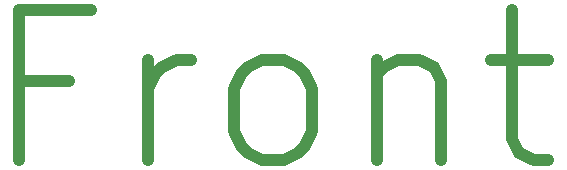
<source format=gbr>
G04 #@! TF.FileFunction,Copper,L1,Top,Signal*
%FSLAX46Y46*%
G04 Gerber Fmt 4.6, Leading zero omitted, Abs format (unit mm)*
G04 Created by KiCad (PCBNEW 4.0.7+dfsg1-1) date Tue Jul 31 15:42:36 2018*
%MOMM*%
%LPD*%
G01*
G04 APERTURE LIST*
%ADD10C,0.100000*%
%ADD11C,1.000000*%
G04 APERTURE END LIST*
D10*
D11*
X123734286Y-68942857D02*
X119500953Y-68942857D01*
X119500953Y-75595238D02*
X119500953Y-62895238D01*
X125548572Y-62895238D01*
X130386667Y-75595238D02*
X130386667Y-67128571D01*
X130386667Y-69547619D02*
X130991428Y-68338095D01*
X131596190Y-67733333D01*
X132805714Y-67128571D01*
X134015238Y-67128571D01*
X140062857Y-75595238D02*
X138853333Y-74990476D01*
X138248572Y-74385714D01*
X137643810Y-73176190D01*
X137643810Y-69547619D01*
X138248572Y-68338095D01*
X138853333Y-67733333D01*
X140062857Y-67128571D01*
X141877143Y-67128571D01*
X143086667Y-67733333D01*
X143691429Y-68338095D01*
X144296191Y-69547619D01*
X144296191Y-73176190D01*
X143691429Y-74385714D01*
X143086667Y-74990476D01*
X141877143Y-75595238D01*
X140062857Y-75595238D01*
X149739048Y-67128571D02*
X149739048Y-75595238D01*
X149739048Y-68338095D02*
X150343809Y-67733333D01*
X151553333Y-67128571D01*
X153367619Y-67128571D01*
X154577143Y-67733333D01*
X155181905Y-68942857D01*
X155181905Y-75595238D01*
X159415238Y-67128571D02*
X164253333Y-67128571D01*
X161229524Y-62895238D02*
X161229524Y-73780952D01*
X161834285Y-74990476D01*
X163043809Y-75595238D01*
X164253333Y-75595238D01*
M02*

</source>
